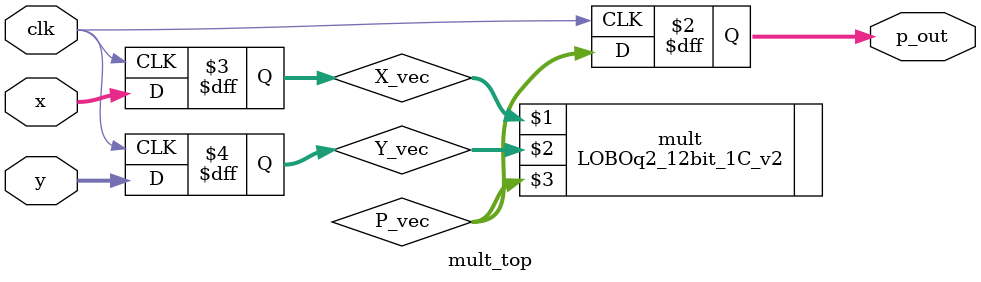
<source format=v>

`include "timescale.v"

module mult_top(
    // Clock and reset
    input clk,
    // Input X has a form x_i%d where %d denotes the bit number
    input  [15:0] x,
    // Input Y has a form y_i%d where %d denotes the bit number
    input  [15:0] y,
    // Output P has a form p_out%d where %d denotes the bit number
    output reg [31:0] p_out
    );

    
    // Now we have X_vec and Y_vec signal 
    // Then we do processing with these signals and store the 
    // intermidiate result in P_vec
    // For example purposes X_vec and Y_vec are concanated and stored in P_vec
    wire [31:0] P_vec;
    reg [15:0] X_vec;
    reg [15:0] Y_vec;
    
    LOBOq2_12bit_1C_v2 mult(X_vec,Y_vec,P_vec); 

 
    always @(posedge clk) 
    begin
        p_out = P_vec;
        X_vec = x;
        Y_vec = y;
    end

endmodule 


</source>
